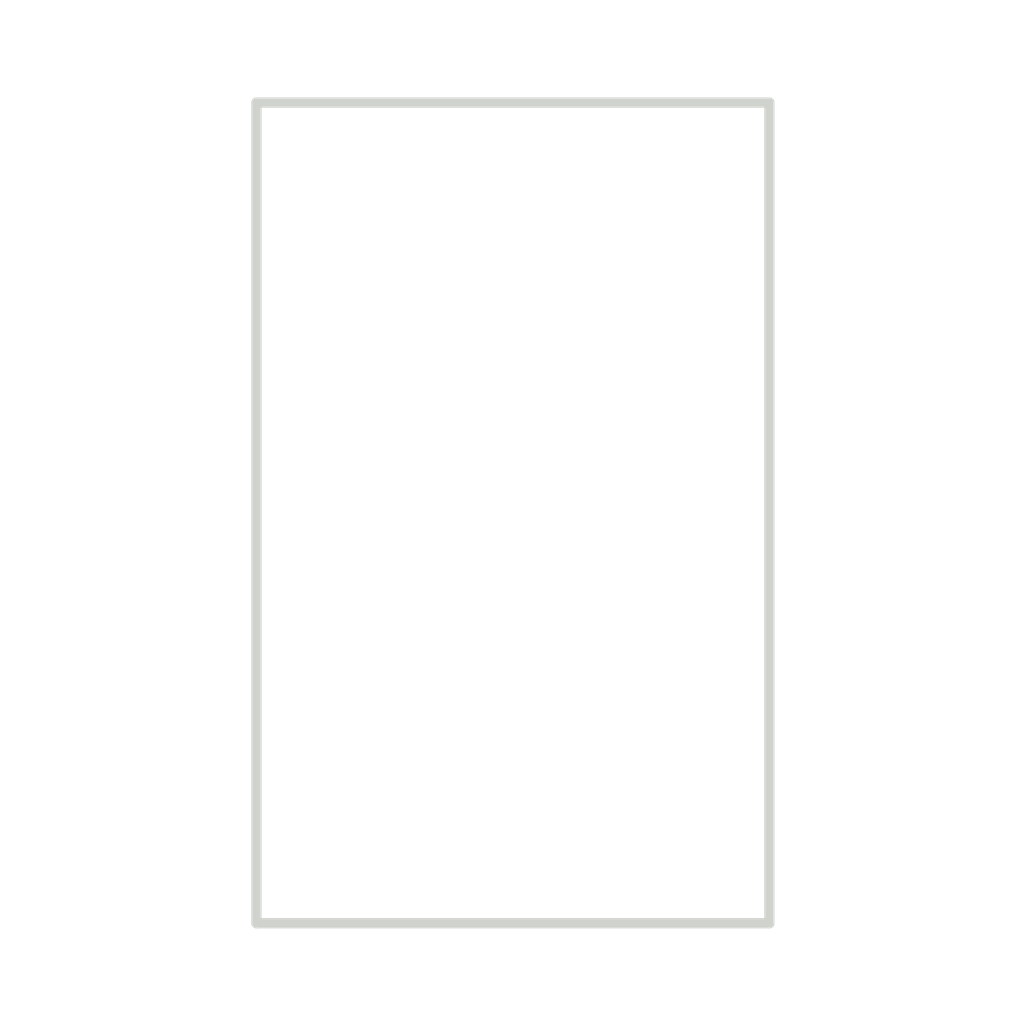
<source format=kicad_pcb>
(kicad_pcb (version 20221018) (generator pcbnew)
  (layers (0 "F.Cu" signal) (31 "B.Cu" signal) (34 "B.Paste" user) (35 "F.Paste" user) (36 "B.SilkS" user "B.Silkscreen") (37 "F.SilkS" user "F.Silkscreen") (38 "B.Mask" user) (39 "F.Mask" user) (44 "Edge.Cuts" user))
  (net 0 "")
  (footprint "feeder:logo-mask" (layer "F.Cu") (at 2.5 -4)
    (fp_text reference "G***" hide)
    (fp_text value "LOGO" hide)
  )
  (gr_line (start 0 0) (end 5 0) (stroke (width 0.1)) (layer "Edge.Cuts"))
  (gr_line (start 0 -8) (end 0 0) (stroke (width 0.1)) (layer "Edge.Cuts"))
  (gr_line (start 5 0) (end 5 -8) (stroke (width 0.1)) (layer "Edge.Cuts"))
  (gr_line (start 0 -8) (end 5 -8) (stroke (width 0.1)) (layer "Edge.Cuts"))
)
</source>
